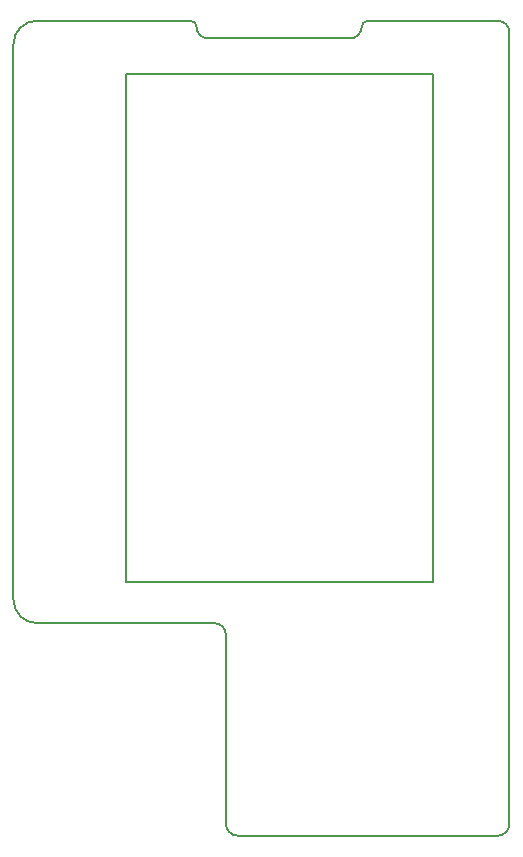
<source format=gbr>
G04 #@! TF.FileFunction,Profile,NP*
%FSLAX46Y46*%
G04 Gerber Fmt 4.6, Leading zero omitted, Abs format (unit mm)*
G04 Created by KiCad (PCBNEW 4.0.7-e1-6374~58~ubuntu14.04.1) date Wed Aug 23 15:58:55 2017*
%MOMM*%
%LPD*%
G01*
G04 APERTURE LIST*
%ADD10C,0.100000*%
%ADD11C,0.150000*%
%ADD12C,0.152400*%
G04 APERTURE END LIST*
D10*
D11*
X145000000Y-148000000D02*
X167000000Y-148000000D01*
X144000000Y-131000000D02*
X144000000Y-147000000D01*
X145000000Y-148000000D02*
G75*
G02X144000000Y-147000000I0J1000000D01*
G01*
X144000000Y-131000000D02*
G75*
G03X143000000Y-130000000I-1000000J0D01*
G01*
X156000000Y-79000000D02*
X167000000Y-79000000D01*
X156000000Y-79000000D02*
G75*
G03X155500000Y-79500000I0J-500000D01*
G01*
X155500000Y-79500000D02*
G75*
G02X154500000Y-80500000I-1000000J0D01*
G01*
X126000000Y-128000000D02*
G75*
G03X128000000Y-130000000I2000000J0D01*
G01*
X143000000Y-130000000D02*
X128000000Y-130000000D01*
X167000000Y-148000000D02*
G75*
G03X168000000Y-147000000I0J1000000D01*
G01*
X168000000Y-80000000D02*
X168000000Y-147000000D01*
X168000000Y-80000000D02*
G75*
G03X167000000Y-79000000I-1000000J0D01*
G01*
X142500000Y-80500000D02*
X154500000Y-80500000D01*
X142500000Y-80500000D02*
G75*
G02X141500000Y-79500000I0J1000000D01*
G01*
X141000000Y-79000000D02*
G75*
G02X141500000Y-79500000I0J-500000D01*
G01*
X128000000Y-79000000D02*
X141000000Y-79000000D01*
X128000000Y-79000000D02*
G75*
G03X126000000Y-81000000I0J-2000000D01*
G01*
X126000000Y-81000000D02*
X126000000Y-128000000D01*
D12*
X135500000Y-83500000D02*
X161500000Y-83500000D01*
X135500000Y-126500000D02*
X161500000Y-126500000D01*
X135500000Y-83500000D02*
X135500000Y-126500000D01*
X161500000Y-83500000D02*
X161500000Y-126500000D01*
M02*

</source>
